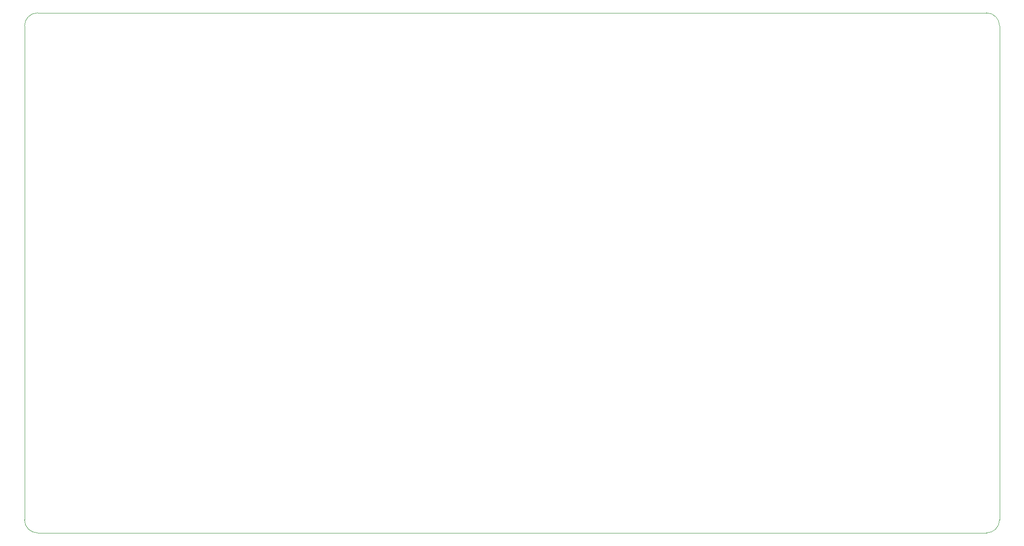
<source format=gm1>
G04 #@! TF.GenerationSoftware,KiCad,Pcbnew,(5.1.10)-1*
G04 #@! TF.CreationDate,2021-08-19T15:29:53-07:00*
G04 #@! TF.ProjectId,TBM930 - De-ice panel,54424d39-3330-4202-9d20-44652d696365,rev?*
G04 #@! TF.SameCoordinates,Original*
G04 #@! TF.FileFunction,Profile,NP*
%FSLAX46Y46*%
G04 Gerber Fmt 4.6, Leading zero omitted, Abs format (unit mm)*
G04 Created by KiCad (PCBNEW (5.1.10)-1) date 2021-08-19 15:29:53*
%MOMM*%
%LPD*%
G01*
G04 APERTURE LIST*
G04 #@! TA.AperFunction,Profile*
%ADD10C,0.050000*%
G04 #@! TD*
G04 APERTURE END LIST*
D10*
X227330000Y-42545000D02*
X41910000Y-42545000D01*
X227330000Y-42545000D02*
G75*
G02*
X229870000Y-45085000I0J-2540000D01*
G01*
X229870000Y-141605000D02*
X229870000Y-45085000D01*
X41910000Y-144145000D02*
X227330000Y-144145000D01*
X39370000Y-45085000D02*
X39370000Y-141605000D01*
X229870000Y-141605000D02*
G75*
G02*
X227330000Y-144145000I-2540000J0D01*
G01*
X41910000Y-144145000D02*
G75*
G02*
X39370000Y-141605000I0J2540000D01*
G01*
X39370000Y-45085000D02*
G75*
G02*
X41910000Y-42545000I2540000J0D01*
G01*
M02*

</source>
